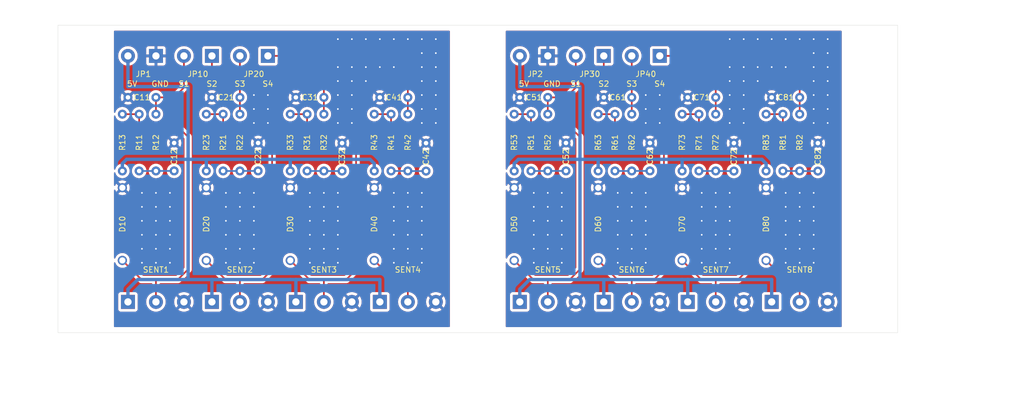
<source format=kicad_pcb>
(kicad_pcb (version 20240108) (generator "pcbnew") (generator_version "8.0")
  (title_block (title "ZF-Filter") (date "2024-03-20") (rev "1.0"))
  (layers (0 "F.Cu" signal "top") (31 "B.Cu" signal "bottom") (34 "B.Paste" user) (35 "F.Paste" user "T.Paste") (36 "B.SilkS" user "B.Silkscreen") (37 "F.SilkS" user "T.Silkscreen") (38 "B.Mask" user) (39 "F.Mask" user "T.Mask") (44 "Edge.Cuts" user "dimension"))
  (net 0 "")
  (net 1 "Net-(C12-Pad1)")
  (net 2 "GND")
  (net 3 "5Va")
  (net 4 "5Vb")
  (net 5 "Net-(C22-Pad1)")
  (net 6 "Net-(C32-Pad1)")
  (net 7 "Net-(C42-Pad1)")
  (net 8 "Net-(C52-Pad1)")
  (net 9 "Net-(C62-Pad1)")
  (net 10 "Net-(C72-Pad1)")
  (net 11 "Net-(C82-Pad1)")
  (net 12 "Net-(D10-A1)")
  (net 13 "Net-(D20-A1)")
  (net 14 "Net-(D30-A1)")
  (net 15 "Net-(D40-A1)")
  (net 16 "Net-(D50-A1)")
  (net 17 "Net-(D60-A1)")
  (net 18 "Net-(D70-A1)")
  (net 19 "Net-(D80-A1)")
  (net 20 "S10")
  (net 21 "S20")
  (net 22 "S30")
  (net 23 "S40")
  (net 24 "S50")
  (net 25 "S60")
  (net 26 "S70")
  (net 27 "S80")
  (footprint "TerminalBlock_RND:TerminalBlock_RND_205-00002_1x03_P5.00mm_Horizontal" (layer "F.Cu") (at 132.5 129.5)
    (property "Reference" "SENT4")
    (property "Value" "CTB5202/2")
  )
  (footprint "MountingHole:MountingHole_3.2mm_M3" (layer "F.Cu") (at 80 85)
    (property "Reference" "REF**" (hide yes))
    (property "Value" "MountingHole_3.2mm_M3")
  )
  (footprint "Resistor_THT:R_Axial_DIN0207_L6.3mm_D2.5mm_P10.16mm_Horizontal" (layer "F.Cu") (at 162.5 95.92 -90)
    (property "Reference" "R52")
    (property "Value" "10k")
  )
  (footprint "Capacitor_THT:C_Disc_D6.0mm_W2.5mm_P5.00mm" (layer "F.Cu") (at 207.5 92.92 180)
    (property "Reference" "C81")
    (property "Value" "100p")
  )
  (footprint "imports:D-THT-P6KE" (layer "F.Cu") (at 116.5 115.58 90)
    (property "Reference" "D30")
    (property "Value" "P6KE6,8CA")
  )
  (footprint "MountingHole:MountingHole_3.2mm_M3" (layer "F.Cu") (at 220 85)
    (property "Reference" "REF**" (hide yes))
    (property "Value" "MountingHole_3.2mm_M3")
  )
  (footprint "Resistor_THT:R_Axial_DIN0207_L6.3mm_D2.5mm_P10.16mm_Horizontal" (layer "F.Cu") (at 137.5 95.92 -90)
    (property "Reference" "R42")
    (property "Value" "10k")
  )
  (footprint "TerminalBlock_RND:TerminalBlock_RND_205-00002_1x03_P5.00mm_Horizontal" (layer "F.Cu") (at 117.5 129.5)
    (property "Reference" "SENT3")
    (property "Value" "CTB5202/2")
  )
  (footprint "Capacitor_THT:C_Disc_D6.0mm_W2.5mm_P5.00mm" (layer "F.Cu") (at 192.5 92.92 180)
    (property "Reference" "C71")
    (property "Value" "100p")
  )
  (footprint "Resistor_THT:R_Axial_DIN0207_L6.3mm_D2.5mm_P10.16mm_Horizontal" (layer "F.Cu") (at 119.5 106.08 90)
    (property "Reference" "R31")
    (property "Value" "560R")
  )
  (footprint "Capacitor_THT:C_Disc_D6.0mm_W2.5mm_P5.00mm" (layer "F.Cu") (at 162.5 92.92 180)
    (property "Reference" "C51")
    (property "Value" "100p")
  )
  (footprint "Capacitor_THT:C_Rect_L7.2mm_W3.0mm_P5.00mm_FKS2_FKP2_MKS2_MKP2" (layer "F.Cu") (at 110.75 106.07 90)
    (property "Reference" "C22")
    (property "Value" "2n2")
  )
  (footprint "MountingHole:MountingHole_3.2mm_M3" (layer "F.Cu") (at 150 130)
    (property "Reference" "REF**" (hide yes))
    (property "Value" "MountingHole_3.2mm_M3")
  )
  (footprint "Capacitor_THT:C_Disc_D6.0mm_W2.5mm_P5.00mm" (layer "F.Cu") (at 92.5 92.92 180)
    (property "Reference" "C11")
    (property "Value" "100p")
  )
  (footprint "TerminalBlock_RND:TerminalBlock_RND_205-00002_1x03_P5.00mm_Horizontal" (layer "F.Cu") (at 102.5 129.5)
    (property "Reference" "SENT2")
    (property "Value" "CTB5202/2")
  )
  (footprint "Resistor_THT:R_Axial_DIN0207_L6.3mm_D2.5mm_P10.16mm_Horizontal" (layer "F.Cu") (at 116.5 106.08 90)
    (property "Reference" "R33")
    (property "Value" "100k")
  )
  (footprint "TerminalBlock_RND:TerminalBlock_RND_205-00002_1x03_P5.00mm_Horizontal" (layer "F.Cu") (at 202.5 129.5)
    (property "Reference" "SENT8")
    (property "Value" "CTB5202/2")
  )
  (footprint "Capacitor_THT:C_Rect_L7.2mm_W3.0mm_P5.00mm_FKS2_FKP2_MKS2_MKP2" (layer "F.Cu") (at 195.75 106.095 90)
    (property "Reference" "C72")
    (property "Value" "2n2")
  )
  (footprint "Resistor_THT:R_Axial_DIN0207_L6.3mm_D2.5mm_P10.16mm_Horizontal" (layer "F.Cu") (at 122.5 95.92 -90)
    (property "Reference" "R32")
    (property "Value" "10k")
  )
  (footprint "Capacitor_THT:C_Rect_L7.2mm_W3.0mm_P5.00mm_FKS2_FKP2_MKS2_MKP2" (layer "F.Cu") (at 210.75 106.1 90)
    (property "Reference" "C82")
    (property "Value" "2n2")
  )
  (footprint "Resistor_THT:R_Axial_DIN0207_L6.3mm_D2.5mm_P10.16mm_Horizontal" (layer "F.Cu") (at 104.5 106.08 90)
    (property "Reference" "R21")
    (property "Value" "560R")
  )
  (footprint "Resistor_THT:R_Axial_DIN0207_L6.3mm_D2.5mm_P10.16mm_Horizontal" (layer "F.Cu") (at 207.5 95.92 -90)
    (property "Reference" "R82")
    (property "Value" "10k")
  )
  (footprint "imports:D-THT-P6KE" (layer "F.Cu") (at 131.5 115.58 90)
    (property "Reference" "D40")
    (property "Value" "P6KE6,8CA")
  )
  (footprint "Resistor_THT:R_Axial_DIN0207_L6.3mm_D2.5mm_P10.16mm_Horizontal" (layer "F.Cu") (at 177.5 95.92 -90)
    (property "Reference" "R62")
    (property "Value" "10k")
  )
  (footprint "TerminalBlock_RND:TerminalBlock_RND_205-00002_1x03_P5.00mm_Horizontal" (layer "F.Cu") (at 87.5 129.5)
    (property "Reference" "SENT1")
    (property "Value" "CTB5202/2")
  )
  (footprint "MountingHole:MountingHole_3.2mm_M3" (layer "F.Cu") (at 150 85)
    (property "Reference" "REF**" (hide yes))
    (property "Value" "MountingHole_3.2mm_M3")
  )
  (footprint "Capacitor_THT:C_Rect_L7.2mm_W3.0mm_P5.00mm_FKS2_FKP2_MKS2_MKP2" (layer "F.Cu") (at 140.75 106.1 90)
    (property "Reference" "C42")
    (property "Value" "2n2")
  )
  (footprint "TerminalBlock_RND:TerminalBlock_RND_205-00002_1x03_P5.00mm_Horizontal" (layer "F.Cu") (at 172.5 129.5)
    (property "Reference" "SENT6")
    (property "Value" "CTB5202/2")
  )
  (footprint "Resistor_THT:R_Axial_DIN0207_L6.3mm_D2.5mm_P10.16mm_Horizontal" (layer "F.Cu") (at 101.5 106.08 90)
    (property "Reference" "R23")
    (property "Value" "100k")
  )
  (footprint "TerminalBlock_RND:TerminalBlock_RND_205-00001_1x02_P5.00mm_Horizontal" (layer "F.Cu") (at 162.5 85.5 180)
    (property "Reference" "JP2")
    (property "Value" "CTB5202/2")
  )
  (footprint "Resistor_THT:R_Axial_DIN0207_L6.3mm_D2.5mm_P10.16mm_Horizontal" (layer "F.Cu") (at 134.5 106.08 90)
    (property "Reference" "R41")
    (property "Value" "560R")
  )
  (footprint "Capacitor_THT:C_Rect_L7.2mm_W3.0mm_P5.00mm_FKS2_FKP2_MKS2_MKP2" (layer "F.Cu") (at 165.75 106.07 90)
    (property "Reference" "C52")
    (property "Value" "2n2")
  )
  (footprint "Resistor_THT:R_Axial_DIN0207_L6.3mm_D2.5mm_P10.16mm_Horizontal" (layer "F.Cu") (at 92.5 95.92 -90)
    (property "Reference" "R12")
    (property "Value" "10k")
  )
  (footprint "MountingHole:MountingHole_3.2mm_M3" (layer "F.Cu") (at 220 130)
    (property "Reference" "REF**" (hide yes))
    (property "Value" "MountingHole_3.2mm_M3")
  )
  (footprint "Resistor_THT:R_Axial_DIN0207_L6.3mm_D2.5mm_P10.16mm_Horizontal" (layer "F.Cu") (at 89.5 106.08 90)
    (property "Reference" "R11")
    (property "Value" "560R")
  )
  (footprint "Resistor_THT:R_Axial_DIN0207_L6.3mm_D2.5mm_P10.16mm_Horizontal" (layer "F.Cu") (at 107.5 95.92 -90)
    (property "Reference" "R22")
    (property "Value" "10k")
  )
  (footprint "TerminalBlock_RND:TerminalBlock_RND_205-00001_1x02_P5.00mm_Horizontal" (layer "F.Cu") (at 112.5 85.5 180)
    (property "Reference" "JP20")
    (property "Value" "CTB5202/2")
  )
  (footprint "Capacitor_THT:C_Rect_L7.2mm_W3.0mm_P5.00mm_FKS2_FKP2_MKS2_MKP2" (layer "F.Cu") (at 95.75 106.07 90)
    (property "Reference" "C12")
    (property "Value" "2n2")
  )
  (footprint "Resistor_THT:R_Axial_DIN0207_L6.3mm_D2.5mm_P10.16mm_Horizontal" (layer "F.Cu") (at 192.5 95.92 -90)
    (property "Reference" "R72")
    (property "Value" "10k")
  )
  (footprint "MountingHole:MountingHole_3.2mm_M3" (layer "F.Cu") (at 80 130)
    (property "Reference" "REF**" (hide yes))
    (property "Value" "MountingHole_3.2mm_M3")
  )
  (footprint "Resistor_THT:R_Axial_DIN0207_L6.3mm_D2.5mm_P10.16mm_Horizontal" (layer "F.Cu") (at 156.5 95.92 -90)
    (property "Reference" "R53")
    (property "Value" "100k")
  )
  (footprint "Resistor_THT:R_Axial_DIN0207_L6.3mm_D2.5mm_P10.16mm_Horizontal" (layer "F.Cu") (at 204.5 106.08 90)
    (property "Reference" "R81")
    (property "Value" "560R")
  )
  (footprint "TerminalBlock_RND:TerminalBlock_RND_205-00002_1x03_P5.00mm_Horizontal" (layer "F.Cu") (at 157.5 129.5)
    (property "Reference" "SENT5")
    (property "Value" "CTB5202/2")
  )
  (footprint "Capacitor_THT:C_Disc_D6.0mm_W2.5mm_P5.00mm" (layer "F.Cu") (at 177.5 92.92 180)
    (property "Reference" "C61")
    (property "Value" "100p")
  )
  (footprint "imports:D-THT-P6KE" (layer "F.Cu") (at 101.5 115.58 90)
    (property "Reference" "D20")
    (property "Value" "P6KE6,8CA")
  )
  (footprint "TerminalBlock_RND:TerminalBlock_RND_205-00001_1x02_P5.00mm_Horizontal" (layer "F.Cu") (at 182.5 85.5 180)
    (property "Reference" "JP40")
    (property "Value" "CTB5202/2")
  )
  (footprint "Capacitor_THT:C_Disc_D6.0mm_W2.5mm_P5.00mm" (layer "F.Cu") (at 137.5 92.92 180)
    (property "Reference" "C41")
    (property "Value" "100p")
  )
  (footprint "Resistor_THT:R_Axial_DIN0207_L6.3mm_D2.5mm_P10.16mm_Horizontal" (layer "F.Cu") (at 171.5 106.08 90)
    (property "Reference" "R63")
    (property "Value" "100k")
  )
  (footprint "Resistor_THT:R_Axial_DIN0207_L6.3mm_D2.5mm_P10.16mm_Horizontal" (layer "F.Cu") (at 174.5 106.08 90)
    (property "Reference" "R61")
    (property "Value" "560R")
  )
  (footprint "Capacitor_THT:C_Disc_D6.0mm_W2.5mm_P5.00mm" (layer "F.Cu") (at 122.5 92.92 180)
    (property "Reference" "C31")
    (property "Value" "100p")
  )
  (footprint "TerminalBlock_RND:TerminalBlock_RND_205-00002_1x03_P5.00mm_Horizontal" (layer "F.Cu") (at 187.5 129.5)
    (property "Reference" "SENT7")
    (property "Value" "CTB5202/2")
  )
  (footprint "Resistor_THT:R_Axial_DIN0207_L6.3mm_D2.5mm_P10.16mm_Horizontal" (layer "F.Cu") (at 131.5 106.08 90)
    (property "Reference" "R43")
    (property "Value" "100k")
  )
  (footprint "TerminalBlock_RND:TerminalBlock_RND_205-00001_1x02_P5.00mm_Horizontal" (layer "F.Cu") (at 102.5 85.5 180)
    (property "Reference" "JP10")
    (property "Value" "CTB5202/2")
  )
  (footprint "TerminalBlock_RND:TerminalBlock_RND_205-00001_1x02_P5.00mm_Horizontal" (layer "F.Cu") (at 92.5 85.5 180)
    (property "Reference" "JP1")
    (property "Value" "CTB5202/2")
  )
  (footprint "imports:D-THT-P6KE" (layer "F.Cu") (at 186.5 115.58 90)
    (property "Reference" "D70")
    (property "Value" "P6KE6,8CA")
  )
  (footprint "imports:D-THT-P6KE" (layer "F.Cu") (at 201.5 115.58 90)
    (property "Reference" "D80")
    (property "Value" "P6KE6,8CA")
  )
  (footprint "Resistor_THT:R_Axial_DIN0207_L6.3mm_D2.5mm_P10.16mm_Horizontal" (layer "F.Cu") (at 159.5 106.08 90)
    (property "Reference" "R51")
    (property "Value" "560R")
  )
  (footprint "Capacitor_THT:C_Rect_L7.2mm_W3.0mm_P5.00mm_FKS2_FKP2_MKS2_MKP2" (layer "F.Cu") (at 180.75 106.07 90)
    (property "Reference" "C62")
    (property "Value" "2n2")
  )
  (footprint "imports:D-THT-P6KE" (layer "F.Cu") (at 171.5 115.58 90)
    (property "Reference" "D60")
    (property "Value" "P6KE6,8CA")
  )
  (footprint "Resistor_THT:R_Axial_DIN0207_L6.3mm_D2.5mm_P10.16mm_Horizontal" (layer "F.Cu") (at 201.5 106.08 90)
    (property "Reference" "R83")
    (property "Value" "100k")
  )
  (footprint "Resistor_THT:R_Axial_DIN0207_L6.3mm_D2.5mm_P10.16mm_Horizontal" (layer "F.Cu") (at 189.5 106.08 90)
    (property "Reference" "R71")
    (property "Value" "560R")
  )
  (footprint "Resistor_THT:R_Axial_DIN0207_L6.3mm_D2.5mm_P10.16mm_Horizontal" (layer "F.Cu") (at 186.5 106.08 90)
    (property "Reference" "R73")
    (property "Value" "100k")
  )
  (footprint "TerminalBlock_RND:TerminalBlock_RND_205-00001_1x02_P5.00mm_Horizontal" (layer "F.Cu") (at 172.5 85.5 180)
    (property "Reference" "JP30")
    (property "Value" "CTB5202/2")
  )
  (footprint "Capacitor_THT:C_Rect_L7.2mm_W3.0mm_P5.00mm_FKS2_FKP2_MKS2_MKP2" (layer "F.Cu") (at 125.75 106.095 90)
    (property "Reference" "C32")
    (property "Value" "2n2")
  )
  (footprint "Resistor_THT:R_Axial_DIN0207_L6.3mm_D2.5mm_P10.16mm_Horizontal" (layer "F.Cu") (at 86.5 95.92 -90)
    (property "Reference" "R13")
    (property "Value" "100k")
  )
  (footprint "imports:D-THT-P6KE" (layer "F.Cu") (at 86.5 115.58 90)
    (property "Reference" "D10")
    (property "Value" "P6KE6,8CA")
  )
  (footprint "imports:D-THT-P6KE" (layer "F.Cu") (at 156.5 115.58 90)
    (property "Reference" "D50")
    (property "Value" "P6KE6,8CA")
  )
  (footprint "Capacitor_THT:C_Disc_D6.0mm_W2.5mm_P5.00mm" (layer "F.Cu") (at 107.5 92.92 180)
    (property "Reference" "C21")
    (property "Value" "100p")
  )
  (gr_rect (start 75 80) (end 225 135) (stroke (width 0.05)) (fill none) (layer "Edge.Cuts"))
  (gr_text "S2" (at 102.5 90.5 0) (layer "F.SilkS") (effects (font (size 1 1))))
  (gr_text "S1" (at 167.5 90.5 0) (layer "F.SilkS") (effects (font (size 1 1))))
  (gr_text "S3" (at 107.5 90.5 0) (layer "F.SilkS") (effects (font (size 1 1))))
  (gr_text "5V" (at 158.25 90.5 0) (layer "F.SilkS") (effects (font (size 1 1))))
  (gr_text "5V" (at 88.25 90.5 0) (layer "F.SilkS") (effects (font (size 1 1))))
  (gr_text "S1" (at 97.5 90.5 0) (layer "F.SilkS") (effects (font (size 1 1))))
  (gr_text "S3" (at 177.5 90.5 0) (layer "F.SilkS") (effects (font (size 1 1))))
  (gr_text "S4" (at 182.5 90.5 0) (layer "F.SilkS") (effects (font (size 1 1))))
  (gr_text "S2" (at 172.5 90.5 0) (layer "F.SilkS") (effects (font (size 1 1))))
  (gr_text "GND" (at 93.25 90.5 0) (layer "F.SilkS") (effects (font (size 1 1))))
  (gr_text "S4" (at 112.5 90.5 0) (layer "F.SilkS") (effects (font (size 1 1))))
  (gr_text "GND" (at 163.25 90.5 0) (layer "F.SilkS") (effects (font (size 1 1))))
  (segment (start 92.5 106.08) (end 89.5 106.08) (width 0.3) (layer "B.Cu") (net 1))
  (segment (start 92.51 106.07) (end 92.5 106.08) (width 0.3) (layer "B.Cu") (net 1))
  (segment (start 95.75 106.07) (end 92.51 106.07) (width 0.3) (layer "B.Cu") (net 1))
  (via (at 205 117.5) (size 0.6) (drill 0.3) (layers "F.Cu" "B.Cu") (net 2))
  (via (at 92.5 115) (size 0.6) (drill 0.3) (layers "F.Cu" "B.Cu") (net 2))
  (via (at 165 117.5) (size 0.6) (drill 0.3) (layers "F.Cu" "B.Cu") (net 2))
  (via (at 142.5 82.5) (size 0.6) (drill 0.3) (layers "F.Cu" "B.Cu") (net 2))
  (via (at 127.5 92.5) (size 0.6) (drill 0.3) (layers "F.Cu" "B.Cu") (net 2))
  (via (at 110 112.5) (size 0.6) (drill 0.3) (layers "F.Cu" "B.Cu") (net 2))
  (via (at 202.5 82.5) (size 0.6) (drill 0.3) (layers "F.Cu" "B.Cu") (net 2))
  (via (at 110 117.5) (size 0.6) (drill 0.3) (layers "F.Cu" "B.Cu") (net 2))
  (via (at 210 112.5) (size 0.6) (drill 0.3) (layers "F.Cu" "B.Cu") (net 2))
  (via (at 142.5 90) (size 0.6) (drill 0.3) (layers "F.Cu" "B.Cu") (net 2))
  (via (at 195 82.5) (size 0.6) (drill 0.3) (layers "F.Cu" "B.Cu") (net 2))
  (via (at 142.5 95) (size 0.6) (drill 0.3) (layers "F.Cu" "B.Cu") (net 2))
  (via (at 137.5 117.5) (size 0.6) (drill 0.3) (layers "F.Cu" "B.Cu") (net 2))
  (via (at 205 87.5) (size 0.6) (drill 0.3) (layers "F.Cu" "B.Cu") (net 2))
  (via (at 140 90) (size 0.6) (drill 0.3) (layers "F.Cu" "B.Cu") (net 2))
  (via (at 177.5 120) (size 0.6) (drill 0.3) (layers "F.Cu" "B.Cu") (net 2))
  (via (at 137.5 110) (size 0.6) (drill 0.3) (layers "F.Cu" "B.Cu") (net 2))
  (via (at 127.5 95) (size 0.6) (drill 0.3) (layers "F.Cu" "B.Cu") (net 2))
  (via (at 195 112.5) (size 0.6) (drill 0.3) (layers "F.Cu" "B.Cu") (net 2))
  (via (at 190 112.5) (size 0.6) (drill 0.3) (layers "F.Cu" "B.Cu") (net 2))
  (via (at 137.5 112.5) (size 0.6) (drill 0.3) (layers "F.Cu" "B.Cu") (net 2))
  (via (at 130 90) (size 0.6) (drill 0.3) (layers "F.Cu" "B.Cu") (net 2))
  (via (at 160 120) (size 0.6) (drill 0.3) (layers "F.Cu" "B.Cu") (net 2))
  (via (at 90 115) (size 0.6) (drill 0.3) (layers "F.Cu" "B.Cu") (net 2))
  (via (at 207.5 120) (size 0.6) (drill 0.3) (layers "F.Cu" "B.Cu") (net 2))
  (via (at 110 120) (size 0.6) (drill 0.3) (layers "F.Cu" "B.Cu") (net 2))
  (via (at 192.5 122.5) (size 0.6) (drill 0.3) (layers "F.Cu" "B.Cu") (net 2))
  (via (at 177.5 112.5) (size 0.6) (drill 0.3) (layers "F.Cu" "B.Cu") (net 2))
  (via (at 140 112.5) (size 0.6) (drill 0.3) (layers "F.Cu" "B.Cu") (net 2))
  (via (at 212.5 92.5) (size 0.6) (drill 0.3) (layers "F.Cu" "B.Cu") (net 2))
  (via (at 137.5 122.5) (size 0.6) (drill 0.3) (layers "F.Cu" "B.Cu") (net 2))
  (via (at 95 122.5) (size 0.6) (drill 0.3) (layers "F.Cu" "B.Cu") (net 2))
  (via (at 140 92.5) (size 0.6) (drill 0.3) (layers "F.Cu" "B.Cu") (net 2))
  (via (at 200 87.5) (size 0.6) (drill 0.3) (layers "F.Cu" "B.Cu") (net 2))
  (via (at 197.5 90) (size 0.6) (drill 0.3) (layers "F.Cu" "B.Cu") (net 2))
  (via (at 177.5 117.5) (size 0.6) (drill 0.3) (layers "F.Cu" "B.Cu") (net 2))
  (via (at 197.5 87.5) (size 0.6) (drill 0.3) (layers "F.Cu" "B.Cu") (net 2))
  (via (at 180 95) (size 0.6) (drill 0.3) (layers "F.Cu" "B.Cu") (net 2))
  (via (at 137.5 115) (size 0.6) (drill 0.3) (layers "F.Cu" "B.Cu") (net 2))
  (via (at 162.5 115) (size 0.6) (drill 0.3) (layers "F.Cu" "B.Cu") (net 2))
  (via (at 180 97.5) (size 0.6) (drill 0.3) (layers "F.Cu" "B.Cu") (net 2))
  (via (at 142.5 85) (size 0.6) (drill 0.3) (layers "F.Cu" "B.Cu") (net 2))
  (via (at 210 85) (size 0.6) (drill 0.3) (layers "F.Cu" "B.Cu") (net 2))
  (via (at 125 90) (size 0.6) (drill 0.3) (layers "F.Cu" "B.Cu") (net 2))
  (via (at 140 110) (size 0.6) (drill 0.3) (layers "F.Cu" "B.Cu") (net 2))
  (via (at 210 122.5) (size 0.6) (drill 0.3) (layers "F.Cu" "B.Cu") (net 2))
  (via (at 127.5 87.5) (size 0.6) (drill 0.3) (layers "F.Cu" "B.Cu") (net 2))
  (via (at 182.5 92.5) (size 0.6) (drill 0.3) (layers "F.Cu" "B.Cu") (net 2))
  (via (at 142.5 92.5) (size 0.6) (drill 0.3) (layers "F.Cu" "B.Cu") (net 2))
  (via (at 195 87.5) (size 0.6) (drill 0.3) (layers "F.Cu" "B.Cu") (net 2))
  (via (at 105 122.5) (size 0.6) (drill 0.3) (layers "F.Cu" "B.Cu") (net 2))
  (via (at 135 82.5) (size 0.6) (drill 0.3) (layers "F.Cu" "B.Cu") (net 2))
  (via (at 135 112.5) (size 0.6) (drill 0.3) (layers "F.Cu" "B.Cu") (net 2))
  (via (at 212.5 85) (size 0.6) (drill 0.3) (layers "F.Cu" "B.Cu") (net 2))
  (via (at 182.5 97.5) (size 0.6) (drill 0.3) (layers "F.Cu" "B.Cu") (net 2))
  (via (at 205 115) (size 0.6) (drill 0.3) (layers "F.Cu" "B.Cu") (net 2))
  (via (at 140 95) (size 0.6) (drill 0.3) (layers "F.Cu" "B.Cu") (net 2))
  (via (at 180 112.5) (size 0.6) (drill 0.3) (layers "F.Cu" "B.Cu") (net 2))
  (via (at 120 115) (size 0.6) (drill 0.3) (layers "F.Cu" "B.Cu") (net 2))
  (via (at 107.5 120) (size 0.6) (drill 0.3) (layers "F.Cu" "B.Cu") (net 2))
  (via (at 175 115) (size 0.6) (drill 0.3) (layers "F.Cu" "B.Cu") (net 2))
  (via (at 125 97.5) (size 0.6) (drill 0.3) (layers "F.Cu" "B.Cu") (net 2))
  (via (at 182.5 95) (size 0.6) (drill 0.3) (layers "F.Cu" "B.Cu") (net 2))
  (via (at 140 85) (size 0.6) (drill 0.3) (layers "F.Cu" "B.Cu") (net 2))
  (via (at 190 117.5) (size 0.6) (drill 0.3) (layers "F.Cu" "B.Cu") (net 2))
  (via (at 210 87.5) (size 0.6) (drill 0.3) (layers "F.Cu" "B.Cu") (net 2))
  (via (at 92.5 110) (size 0.6) (drill 0.3) (layers "F.Cu" "B.Cu") (net 2))
  (via (at 207.5 122.5) (size 0.6) (drill 0.3) (layers "F.Cu" "B.Cu") (net 2))
  (via (at 135 87.5) (size 0.6) (drill 0.3) (layers "F.Cu" "B.Cu") (net 2))
  (via (at 180 115) (size 0.6) (drill 0.3) (layers "F.Cu" "B.Cu") (net 2))
  (via (at 195 90) (size 0.6) (drill 0.3) (layers "F.Cu" "B.Cu") (net 2))
  (via (at 125 110) (size 0.6) (drill 0.3) (layers "F.Cu" "B.Cu") (net 2))
  (via (at 137.5 82.5) (size 0.6) (drill 0.3) (layers "F.Cu" "B.Cu") (net 2))
  (via (at 92.5 112.5) (size 0.6) (drill 0.3) (layers "F.Cu" "B.Cu") (net 2))
  (via (at 132.5 87.5) (size 0.6) (drill 0.3) (layers "F.Cu" "B.Cu") (net 2))
  (via (at 177.5 110) (size 0.6) (drill 0.3) (layers "F.Cu" "B.Cu") (net 2))
  (via (at 120 110) (size 0.6) (drill 0.3) (layers "F.Cu" "B.Cu") (net 2))
  (via (at 165 122.5) (size 0.6) (drill 0.3) (layers "F.Cu" "B.Cu") (net 2))
  (via (at 107.5 110) (size 0.6) (drill 0.3) (layers "F.Cu" "B.Cu") (net 2))
  (via (at 207.5 117.5) (size 0.6) (drill 0.3) (layers "F.Cu" "B.Cu") (net 2))
  (via (at 192.5 117.5) (size 0.6) (drill 0.3) (layers "F.Cu" "B.Cu") (net 2))
  (via (at 205 122.5) (size 0.6) (drill 0.3) (layers "F.Cu" "B.Cu") (net 2))
  (via (at 165 115) (size 0.6) (drill 0.3) (layers "F.Cu" "B.Cu") (net 2))
  (via (at 90 112.5) (size 0.6) (drill 0.3) (layers "F.Cu" "B.Cu") (net 2))
  (via (at 207.5 110) (size 0.6) (drill 0.3) (layers "F.Cu" "B.Cu") (net 2))
  (via (at 190 122.5) (size 0.6) (drill 0.3) (layers "F.Cu" "B.Cu") (net 2))
  (via (at 212.5 97.5) (size 0.6) (drill 0.3) (layers "F.Cu" "B.Cu") (net 2))
  (via (at 110 95) (size 0.6) (drill 0.3) (layers "F.Cu" "B.Cu") (net 2))
  (via (at 180 110) (size 0.6) (drill 0.3) (layers "F.Cu" "B.Cu") (net 2))
  (via (at 160 115) (size 0.6) (drill 0.3) (layers "F.Cu" "B.Cu") (net 2))
  (via (at 197.5 95) (size 0.6) (drill 0.3) (layers "F.Cu" "B.Cu") (net 2))
  (via (at 107.5 122.5) (size 0.6) (drill 0.3) (layers "F.Cu" "B.Cu") (net 2))
  (via (at 90 117.5) (size 0.6) (drill 0.3) (layers "F.Cu" "B.Cu") (net 2))
  (via (at 110 97.5) (size 0.6) (drill 0.3) (layers "F.Cu" "B.Cu") (net 2))
  (via (at 175 117.5) (size 0.6) (drill 0.3) (layers "F.Cu" "B.Cu") (net 2))
  (via (at 140 115) (size 0.6) (drill 0.3) (layers "F.Cu" "B.Cu") (net 2))
  (via (at 112.5 95) (size 0.6) (drill 0.3) (layers "F.Cu" "B.Cu") (net 2))
  (via (at 120 120) (size 0.6) (drill 0.3) (layers "F.Cu" "B.Cu") (net 2))
  (via (at 135 117.5) (size 0.6) (drill 0.3) (layers "F.Cu" "B.Cu") (net 2))
  (via (at 212.5 87.5) (size 0.6) (drill 0.3) (layers "F.Cu" "B.Cu") (net 2))
  (via (at 205 82.5) (size 0.6) (drill 0.3) (layers "F.Cu" "B.Cu") (net 2))
  (via (at 207.5 115) (size 0.6) (drill 0.3) (layers "F.Cu" "B.Cu") (net 2))
  (via (at 92.5 122.5) (size 0.6) (drill 0.3) (layers "F.Cu" "B.Cu") (net 2))
  (via (at 180 92.5) (size 0.6) (drill 0.3) (layers "F.Cu" "B.Cu") (net 2))
  (via (at 192.5 120) (size 0.6) (drill 0.3) (layers "F.Cu" "B.Cu") (net 2))
  (via (at 125 82.5) (size 0.6) (drill 0.3) (layers "F.Cu" "B.Cu") (net 2))
  (via (at 90 122.5) (size 0.6) (drill 0.3) (layers "F.Cu" "B.Cu") (net 2))
  (via (at 140 122.5) (size 0.6) (drill 0.3) (layers "F.Cu" "B.Cu") (net 2))
  (via (at 197.5 92.5) (size 0.6) (drill 0.3) (layers "F.Cu" "B.Cu") (net 2))
  (via (at 177.5 115) (size 0.6) (drill 0.3) (layers "F.Cu" "B.Cu") (net 2))
  (via (at 180 117.5) (size 0.6) (drill 0.3) (layers "F.Cu" "B.Cu") (net 2))
  (via (at 125 120) (size 0.6) (drill 0.3) (layers "F.Cu" "B.Cu") (net 2))
  (via (at 205 112.5) (size 0.6) (drill 0.3) (layers "F.Cu" "B.Cu") (net 2))
  (via (at 120 122.5) (size 0.6) (drill 0.3) (layers "F.Cu" "B.Cu") (net 2))
  (via (at 207.5 112.5) (size 0.6) (drill 0.3) (layers "F.Cu" "B.Cu") (net 2))
  (via (at 160 110) (size 0.6) (drill 0.3) (layers "F.Cu" "B.Cu") (net 2))
  (via (at 135 110) (size 0.6) (drill 0.3) (layers "F.Cu" "B.Cu") (net 2))
  (via (at 92.5 120) (size 0.6) (drill 0.3) (layers "F.Cu" "B.Cu") (net 2))
  (via (at 105 112.5) (size 0.6) (drill 0.3) (layers "F.Cu" "B.Cu") (net 2))
  (via (at 92.5 117.5) (size 0.6) (drill 0.3) (layers "F.Cu" "B.Cu") (net 2))
  (via (at 130 82.5) (size 0.6) (drill 0.3) (layers "F.Cu" "B.Cu") (net 2))
  (via (at 162.5 122.5) (size 0.6) (drill 0.3) (layers "F.Cu" "B.Cu") (net 2))
  (via (at 162.5 120) (size 0.6) (drill 0.3) (layers "F.Cu" "B.Cu") (net 2))
  (via (at 175 112.5) (size 0.6) (drill 0.3) (layers "F.Cu" "B.Cu") (net 2))
  (via (at 105 115) (size 0.6) (drill 0.3) (layers "F.Cu" "B.Cu") (net 2))
  (via (at 125 92.5) (size 0.6) (drill 0.3) (layers "F.Cu" "B.Cu") (net 2))
  (via (at 212.5 90) (size 0.6) (drill 0.3) (layers "F.Cu" "B.Cu") (net 2))
  (via (at 122.5 120) (size 0.6) (drill 0.3) (layers "F.Cu" "B.Cu") (net 2))
  (via (at 130 87.5) (size 0.6) (drill 0.3) (layers "F.Cu" "B.Cu") (net 2))
  (via (at 95 117.5) (size 0.6) (drill 0.3) (layers "F.Cu" "B.Cu") (net 2))
  (via (at 202.5 87.5) (size 0.6) (drill 0.3) (layers "F.Cu" "B.Cu") (net 2))
  (via (at 200 82.5) (size 0.6) (drill 0.3) (layers "F.Cu" "B.Cu") (net 2))
  (via (at 195 115) (size 0.6) (drill 0.3) (layers "F.Cu" "B.Cu") (net 2))
  (via (at 142.5 97.5) (size 0.6) (drill 0.3) (layers "F.Cu" "B.Cu") (net 2))
  (via (at 122.5 115) (size 0.6) (drill 0.3) (layers "F.Cu" "B.Cu") (net 2))
  (via (at 110 110) (size 0.6) (drill 0.3) (layers "F.Cu" "B.Cu") (net 2))
  (via (at 125 117.5) (size 0.6) (drill 0.3) (layers "F.Cu" "B.Cu") (net 2))
  (via (at 125 115) (size 0.6) (drill 0.3) (layers "F.Cu" "B.Cu") (net 2))
  (via (at 140 120) (size 0.6) (drill 0.3) (layers "F.Cu" "B.Cu") (net 2))
  (via (at 110 92.5) (size 0.6) (drill 0.3) (layers "F.Cu" "B.Cu") (net 2))
  (via (at 210 110) (size 0.6) (drill 0.3) (layers "F.Cu" "B.Cu") (net 2))
  (via (at 180 120) (size 0.6) (drill 0.3) (layers "F.Cu" "B.Cu") (net 2))
  (via (at 122.5 112.5) (size 0.6) (drill 0.3) (layers "F.Cu" "B.Cu") (net 2))
  (via (at 105 110) (size 0.6) (drill 0.3) (layers "F.Cu" "B.Cu") (net 2))
  (via (at 122.5 110) (size 0.6) (drill 0.3) (layers "F.Cu" "B.Cu") (net 2))
  (via (at 165 120) (size 0.6) (drill 0.3) (layers "F.Cu" "B.Cu") (net 2))
  (via (at 137.5 120) (size 0.6) (drill 0.3) (layers "F.Cu" "B.Cu") (net 2))
  (via (at 192.5 112.5) (size 0.6) (drill 0.3) (layers "F.Cu" "B.Cu") (net 2))
  (via (at 175 110) (size 0.6) (drill 0.3) (layers "F.Cu" "B.Cu") (net 2))
  (via (at 195 97.5) (size 0.6) (drill 0.3) (layers "F.Cu" "B.Cu") (net 2))
  (via (at 122.5 117.5) (size 0.6) (drill 0.3) (layers "F.Cu" "B.Cu") (net 2))
  (via (at 120 112.5) (size 0.6) (drill 0.3) (layers "F.Cu" "B.Cu") (net 2))
  (via (at 210 90) (size 0.6) (drill 0.3) (layers "F.Cu" "B.Cu") (net 2))
  (via (at 195 117.5) (size 0.6) (drill 0.3) (layers "F.Cu" "B.Cu") (net 2))
  (via (at 210 120) (size 0.6) (drill 0.3) (layers "F.Cu" "B.Cu") (net 2))
  (via (at 162.5 117.5) (size 0.6) (drill 0.3) (layers "F.Cu" "B.Cu") (net 2))
  (via (at 197.5 82.5) (size 0.6) (drill 0.3) (layers "F.Cu" "B.Cu") (net 2))
  (via (at 190 120) (size 0.6) (drill 0.3) (layers "F.Cu" "B.Cu") (net 2))
  (via (at 197.5 97.5) (size 0.6) (drill 0.3) (layers "F.Cu" "B.Cu") (net 2))
  (via (at 195 122.5) (size 0.6) (drill 0.3) (layers "F.Cu" "B.Cu") (net 2))
  (via (at 190 115) (size 0.6) (drill 0.3) (layers "F.Cu" "B.Cu") (net 2))
  (via (at 165 110) (size 0.6) (drill 0.3) (layers "F.Cu" "B.Cu") (net 2))
  (via (at 175 122.5) (size 0.6) (drill 0.3) (layers "F.Cu" "B.Cu") (net 2))
  (via (at 132.5 82.5) (size 0.6) (drill 0.3) (layers "F.Cu" "B.Cu") (net 2))
  (via (at 142.5 87.5) (size 0.6) (drill 0.3) (layers "F.Cu" "B.Cu") (net 2))
  (via (at 95 110) (size 0.6) (drill 0.3) (layers "F.Cu" "B.Cu") (net 2))
  (via (at 107.5 115) (size 0.6) (drill 0.3) (layers "F.Cu" "B.Cu") (net 2))
  (via (at 210 97.5) (size 0.6) (drill 0.3) (layers "F.Cu" "B.Cu") (net 2))
  (via (at 90 110) (size 0.6) (drill 0.3) (layers "F.Cu" "B.Cu") (net 2))
  (via (at 190 110) (size 0.6) (drill 0.3) (layers "F.Cu" "B.Cu") (net 2))
  (via (at 210 95) (size 0.6) (drill 0.3) (layers "F.Cu" "B.Cu") (net 2))
  (via (at 162.5 110) (size 0.6) (drill 0.3) (layers "F.Cu" "B.Cu") (net 2))
  (via (at 210 82.5) (size 0.6) (drill 0.3) (layers "F.Cu" "B.Cu") (net 2))
  (via (at 105 120) (size 0.6) (drill 0.3) (layers "F.Cu" "B.Cu") (net 2))
  (via (at 165 112.5) (size 0.6) (drill 0.3) (layers "F.Cu" "B.Cu") (net 2))
  (via (at 90 120) (size 0.6) (drill 0.3) (layers "F.Cu" "B.Cu") (net 2))
  (via (at 112.5 97.5) (size 0.6) (drill 0.3) (layers "F.Cu" "B.Cu") (net 2))
  (via (at 95 112.5) (size 0.6) (drill 0.3) (layers "F.Cu" "B.Cu") (net 2))
  (via (at 140 97.5) (size 0.6) (drill 0.3) (layers "F.Cu" "B.Cu") (net 2))
  (via (at 140 117.5) (size 0.6) (drill 0.3) (layers "F.Cu" "B.Cu") (net 2))
  (via (at 195 110) (size 0.6) (drill 0.3) (layers "F.Cu" "B.Cu") (net 2))
  (via (at 192.5 115) (size 0.6) (drill 0.3) (layers "F.Cu" "B.Cu") (net 2))
  (via (at 210 117.5) (size 0.6) (drill 0.3) (layers "F.Cu" "B.Cu") (net 2))
  (via (at 205 110) (size 0.6) (drill 0.3) (layers "F.Cu" "B.Cu") (net 2))
  (via (at 107.5 112.5) (size 0.6) (drill 0.3) (layers "F.Cu" "B.Cu") (net 2))
  (via (at 127.5 97.5) (size 0.6) (drill 0.3) (layers "F.Cu" "B.Cu") (net 2))
  (via (at 110 115) (size 0.6) (drill 0.3) (layers "F.Cu" "B.Cu") (net 2))
  (via (at 135 120) (size 0.6) (drill 0.3) (layers "F.Cu" "B.Cu") (net 2))
  (via (at 195 95) (size 0.6) (drill 0.3) (layers "F.Cu" "B.Cu") (net 2))
  (via (at 140 87.5) (size 0.6) (drill 0.3) (layers "F.Cu" "B.Cu") (net 2))
  (via (at 125 122.5) (size 0.6) (drill 0.3) (layers "F.Cu" "B.Cu") (net 2))
  (via (at 120 117.5) (size 0.6) (drill 0.3) (layers "F.Cu" "B.Cu") (net 2))
  (via (at 122.5 122.5) (size 0.6) (drill 0.3) (layers "F.Cu" "B.Cu") (net 2))
  (via (at 125 112.5) (size 0.6) (drill 0.3) (layers "F.Cu" "B.Cu") (net 2))
  (via (at 180 122.5) (size 0.6) (drill 0.3) (layers "F.Cu" "B.Cu") (net 2))
  (via (at 135 122.5) (size 0.6) (drill 0.3) (layers "F.Cu" "B.Cu") (net 2))
  (via (at 177.5 122.5) (size 0.6) (drill 0.3) (layers "F.Cu" "B.Cu") (net 2))
  (via (at 212.5 95) (size 0.6) (drill 0.3) (layers "F.Cu" "B.Cu") (net 2))
  (via (at 107.5 117.5) (size 0.6) (drill 0.3) (layers "F.Cu" "B.Cu") (net 2))
  (via (at 95 120) (size 0.6) (drill 0.3) (layers "F.Cu" "B.Cu") (net 2))
  (via (at 207.5 82.5) (size 0.6) (drill 0.3) (layers "F.Cu" "B.Cu") (net 2))
  (via (at 125 95) (size 0.6) (drill 0.3) (layers "F.Cu" "B.Cu") (net 2))
  (via (at 135 115) (size 0.6) (drill 0.3) (layers "F.Cu" "B.Cu") (net 2))
  (via (at 112.5 92.5) (size 0.6) (drill 0.3) (layers "F.Cu" "B.Cu") (net 2))
  (via (at 125 87.5) (size 0.6) (drill 0.3) (layers "F.Cu" "B.Cu") (net 2))
  (via (at 127.5 82.5) (size 0.6) (drill 0.3) (layers "F.Cu" "B.Cu") (net 2))
  (via (at 210 115) (size 0.6) (drill 0.3) (layers "F.Cu" "B.Cu") (net 2))
  (via (at 200 90) (size 0.6) (drill 0.3) (layers "F.Cu" "B.Cu") (net 2))
  (via (at 210 92.5) (size 0.6) (drill 0.3) (layers "F.Cu" "B.Cu") (net 2))
  (via (at 192.5 110) (size 0.6) (drill 0.3) (layers "F.Cu" "B.Cu") (net 2))
  (via (at 195 92.5) (size 0.6) (drill 0.3) (layers "F.Cu" "B.Cu") (net 2))
  (via (at 212.5 82.5) (size 0.6) (drill 0.3) (layers "F.Cu" "B.Cu") (net 2))
  (via (at 160 112.5) (size 0.6) (drill 0.3) (layers "F.Cu" "B.Cu") (net 2))
  (via (at 95 115) (size 0.6) (drill 0.3) (layers "F.Cu" "B.Cu") (net 2))
  (via (at 105 117.5) (size 0.6) (drill 0.3) (layers "F.Cu" "B.Cu") (net 2))
  (via (at 205 120) (size 0.6) (drill 0.3) (layers "F.Cu" "B.Cu") (net 2))
  (via (at 160 117.5) (size 0.6) (drill 0.3) (layers "F.Cu" "B.Cu") (net 2))
  (via (at 195 120) (size 0.6) (drill 0.3) (layers "F.Cu" "B.Cu") (net 2))
  (via (at 110 122.5) (size 0.6) (drill 0.3) (layers "F.Cu" "B.Cu") (net 2))
  (via (at 127.5 90) (size 0.6) (drill 0.3) (layers "F.Cu" "B.Cu") (net 2))
  (via (at 160 122.5) (size 0.6) (drill 0.3) (layers "F.Cu" "B.Cu") (net 2))
  (via (at 162.5 112.5) (size 0.6) (drill 0.3) (layers "F.Cu" "B.Cu") (net 2))
  (via (at 175 120) (size 0.6) (drill 0.3) (layers "F.Cu" "B.Cu") (net 2))
  (via (at 140 82.5) (size 0.6) (drill 0.3) (layers "F.Cu" "B.Cu") (net 2))
  (segment (start 98.25 104) (end 98.25 91) (width 0.6) (layer "B.Cu") (net 3))
  (segment (start 87.5 91) (end 87.5 85.5) (width 0.6) (layer "B.Cu") (net 3))
  (segment (start 132.5 125.5) (end 132.5 129.5) (width 0.6) (layer "B.Cu") (net 3))
  (segment (start 117.5 125.5) (end 116.5 125.5) (width 0.6) (layer "B.Cu") (net 3))
  (segment (start 117.5 125.5) (end 132.5 125.5) (width 0.6) (layer "B.Cu") (net 3))
  (segment (start 98.25 91) (end 87.5 91) (width 0.6) (layer "B.Cu") (net 3))
  (segment (start 116.5 104) (end 130.75 104) (width 0.6) (layer "B.Cu") (net 3))
  (segment (start 98.25 104) (end 101.5 104) (width 0.6) (layer "B.Cu") (net 3))
  (segment (start 101.5 104) (end 101.5 106.08) (width 0.6) (layer "B.Cu") (net 3))
  (segment (start 131.5 104.75) (end 131.5 106.08) (width 0.6) (layer "B.Cu") (net 3))
  (segment (start 116.5 104) (end 116.5 106.08) (width 0.6) (layer "B.Cu") (net 3))
  (segment (start 89.25 125.5) (end 87.5 127.25) (width 0.6) (layer "B.Cu") (net 3))
  (segment (start 101.5 104) (end 116.5 104) (width 0.6) (layer "B.Cu") (net 3))
  (segment (start 130.75 104) (end 131.5 104.75) (width 0.6) (layer "B.Cu") (net 3))
  (segment (start 102.5 125.5) (end 89.25 125.5) (width 0.6) (layer "B.Cu") (net 3))
  (segment (start 86.5 104.75) (end 86.5 106.08) (width 0.6) (layer "B.Cu") (net 3))
  (segment (start 98.25 125.5) (end 98.25 104) (width 0.6) (layer "B.Cu") (net 3))
  (segment (start 102.5 125.5) (end 102.5 129.5) (width 0.6) (layer "B.Cu") (net 3))
  (segment (start 87.25 104) (end 86.5 104.75) (width 0.6) (layer "B.Cu") (net 3))
  (segment (start 98.25 104) (end 87.25 104) (width 0.6) (layer "B.Cu") (net 3))
  (segment (start 117.5 125.5) (end 117.5 129.5) (width 0.6) (layer "B.Cu") (net 3))
  (segment (start 87.5 127.25) (end 87.5 129.5) (width 0.6) (layer "B.Cu") (net 3))
  (segment (start 116.5 125.5) (end 102.5 125.5) (width 0.6) (layer "B.Cu") (net 3))
  (segment (start 168.25 125.5) (end 168.25 104) (width 0.6) (layer "B.Cu") (net 4))
  (segment (start 168.25 91) (end 157.5 91) (width 0.6) (layer "B.Cu") (net 4))
  (segment (start 187.5 125.5) (end 186.5 125.5) (width 0.6) (layer "B.Cu") (net 4))
  (segment (start 202.5 125.5) (end 202.5 129.5) (width 0.6) (layer "B.Cu") (net 4))
  (segment (start 168.25 104) (end 168.25 91) (width 0.6) (layer "B.Cu") (net 4))
  (segment (start 172.5 125.5) (end 172.5 129.5) (width 0.6) (layer "B.Cu") (net 4))
  (segment (start 157.25 104) (end 156.5 104.75) (width 0.6) (layer "B.Cu") (net 4))
  (segment (start 156.5 104.75) (end 156.5 106.08) (width 0.6) (layer "B.Cu") (net 4))
  (segment (start 171.5 104) (end 171.5 106.08) (width 0.6) (layer "B.Cu") (net 4))
  (segment (start 168.25 104) (end 171.5 104) (width 0.6) (layer "B.Cu") (net 4))
  (segment (start 200.75 104) (end 201.5 104.75) (width 0.6) (layer "B.Cu") (net 4))
  (segment (start 157.5 127.25) (end 157.5 129.5) (width 0.6) (layer "B.Cu") (net 4))
  (segment (start 172.5 125.5) (end 159.25 125.5) (width 0.6) (layer "B.Cu") (net 4))
  (segment (start 187.5 125.5) (end 202.5 125.5) (width 0.6) (layer "B.Cu") (net 4))
  (segment (start 171.5 104) (end 186.5 104) (width 0.6) (layer "B.Cu") (net 4))
  (segment (start 186.5 104) (end 200.75 104) (width 0.6) (layer "B.Cu") (net 4))
  (segment (start 201.5 104.75) (end 201.5 106.08) (width 0.6) (layer "B.Cu") (net 4))
  (segment (start 187.5 125.5) (end 187.5 129.5) (width 0.6) (layer "B.Cu") (net 4))
  (segment (start 168.25 104) (end 157.25 104) (width 0.6) (layer "B.Cu") (net 4))
  (segment (start 186.5 125.5) (end 172.5 125.5) (width 0.6) (layer "B.Cu") (net 4))
  (segment (start 159.25 125.5) (end 157.5 127.25) (width 0.6) (layer "B.Cu") (net 4))
  (segment (start 186.5 104) (end 186.5 106.08) (width 0.6) (layer "B.Cu") (net 4))
  (segment (start 157.5 91) (end 157.5 85.5) (width 0.6) (layer "B.Cu") (net 4))
  (segment (start 104.5 106.08) (end 107.5 106.08) (width 0.3) (layer "B.Cu") (net 5))
  (segment (start 110.75 106.07) (end 107.51 106.07) (width 0.3) (layer "B.Cu") (net 5))
  (segment (start 107.51 106.07) (end 107.5 106.08) (width 0.3) (layer "B.Cu") (net 5))
  (segment (start 122.675 106.095) (end 125.75 106.095) (width 0.3) (layer "B.Cu") (net 6))
  (segment (start 119.5 106.08) (end 122.5 106.08) (width 0.3) (layer "B.Cu") (net 6))
  (segment (start 134.5 106.08) (end 137.5 106.08) (width 0.3) (layer "B.Cu") (net 7))
  (segment (start 137.52 106.1) (end 137.5 106.08) (width 0.3) (layer "B.Cu") (net 7))
  (segment (start 140.75 106.1) (end 137.52 106.1) (width 0.3) (layer "B.Cu") (net 7))
  (segment (start 162.5 106.08) (end 159.5 106.08) (width 0.3) (layer "B.Cu") (net 8))
  (segment (start 165.75 106.07) (end 162.51 106.07) (width 0.3) (layer "B.Cu") (net 8))
  (segment (start 162.51 106.07) (end 162.5 106.08) (width 0.3) (layer "B.Cu") (net 8))
  (segment (start 174.5 106.08) (end 177.5 106.08) (width 0.3) (layer "B.Cu") (net 9))
  (segment (start 177.51 106.07) (end 177.5 106.08) (width 0.3) (layer "B.Cu") (net 9))
  (segment (start 180.75 106.07) (end 177.51 106.07) (width 0.3) (layer "B.Cu") (net 9))
  (segment (start 189.5 106.08) (end 192.5 106.08) (width 0.3) (layer "B.Cu") (net 10))
  (segment (start 192.675 106.095) (end 195.75 106.095) (width 0.3) (layer "B.Cu") (net 10))
  (segment (start 210.75 106.1) (end 207.52 106.1) (width 0.3) (layer "B.Cu") (net 11))
  (segment (start 207.52 106.1) (end 207.5 106.08) (width 0.3) (layer "B.Cu") (net 11))
  (segment (start 204.5 106.08) (end 207.5 106.08) (width 0.3) (layer "B.Cu") (net 11))
  (segment (start 92.5 125.5) (end 92.5 129.5) (width 0.3) (layer "F.Cu") (net 12))
  (segment (start 86.5 95.92) (end 89.5 95.92) (width 0.3) (layer "F.Cu") (net 12))
  (segment (start 98.25 100) (end 98.25 123.67) (width 0.3) (layer "F.Cu") (net 12))
  (segment (start 97 98.75) (end 98.25 100) (width 0.3) (layer "F.Cu") (net 12))
  (segment (start 90.5 98.75) (end 97 98.75) (width 0.3) (layer "F.Cu") (net 12))
  (segment (start 98.25 123.67) (end 96.42 125.5) (width 0.3) (layer "F.Cu") (net 12))
  (segment (start 89.5 95.92) (end 89.5 97.75) (width 0.3) (layer "F.Cu") (net 12))
  (segment (start 96.42 125.5) (end 92.5 125.5) (width 0.3) (layer "F.Cu") (net 12))
  (segment (start 89.92 125.5) (end 92.5 125.5) (width 0.3) (layer "F.Cu") (net 12))
  (segment (start 89.5 97.75) (end 90.5 98.75) (width 0.3) (layer "F.Cu") (net 12))
  (segment (start 86.5 122.08) (end 89.92 125.5) (width 0.3) (layer "F.Cu") (net 12))
  (segment (start 112 98.92) (end 113.25 100.17) (width 0.3) (layer "F.Cu") (net 13))
  (segment (start 101.5 95.92) (end 104.5 95.92) (width 0.3) (layer "F.Cu") (net 13))
  (segment (start 104.5 97.92) (end 105.5 98.92) (width 0.3) (layer "F.Cu") (net 13))
  (segment (start 107.5 125.5) (end 107.5 129.5) (width 0.3) (layer "F.Cu") (net 13))
  (segment (start 104.92 125.5) (end 107.5 125.5) (width 0.3) (layer "F.Cu") (net 13))
  (segment (start 113.25 123.75) (end 111.5 125.5) (width 0.3) (layer "F.Cu") (net 13))
  (segment (start 101.5 122.08) (end 104.92 125.5) (width 0.3) (layer "F.Cu") (net 13))
  (segment (start 105.5 98.92) (end 112 98.92) (width 0.3) (layer "F.Cu") (net 13))
  (segment (start 111.5 125.5) (end 107.5 125.5) (width 0.3) (layer "F.Cu") (net 13))
  (segment (start 113.25 100.17) (end 113.25 123.75) (width 0.3) (layer "F.Cu") (net 13))
  (segment (start 104.5 95.92) (end 104.5 97.92) (width 0.3) (layer "F.Cu") (net 13))
  (segment (start 128.25 123.75) (end 126.5 125.5) (width 0.3) (layer "F.Cu") (net 14))
  (segment (start 119.5 95.92) (end 119.5 97.92) (width 0.3) (layer "F.Cu") (net 14))
  (segment (start 127 98.92) (end 128.25 100.17) (width 0.3) (layer "F.Cu") (net 14))
  (segment (start 128.25 100.17) (end 128.25 123.75) (width 0.3) (layer "F.Cu") (net 14))
  (segment (start 119.5 97.92) (end 120.5 98.92) (width 0.3) (layer "F.Cu") (net 14))
  (segment (start 116.5 122.08) (end 119.92 125.5) (width 0.3) (layer "F.Cu") (net 14))
  (segment (start 119.92 125.5) (end 122.5 125.5) (width 0.3) (layer "F.Cu") (net 14))
  (segment (start 126.5 125.5) (end 122.5 125.5) (width 0.3) (layer "F.Cu") (net 14))
  (segment (start 122.5 125.5) (end 122.5 129.5) (width 0.3) (layer "F.Cu") (net 14))
  (segment (start 120.5 98.92) (end 127 98.92) (width 0.3) (layer "F.Cu") (net 14))
  (segment (start 116.5 95.92) (end 119.5 95.92) (width 0.3) (layer "F.Cu") (net 14))
  (segment (start 134.5 97.9) (end 135.5 98.9) (width 0.3) (layer "F.Cu") (net 15))
  (segment (start 135.5 98.9) (end 142 98.9) (width 0.3) (layer "F.Cu") (net 15))
  (segment (start 137.5 125.5) (end 137.5 129.5) (width 0.3) (layer "F.Cu") (net 15))
  (segment (start 141.6 125.5) (end 137.5 125.5) (width 0.3) (layer "F.Cu") (net 15))
  (segment (start 131.5 122.08) (end 134.92 125.5) (width 0.3) (layer "F.Cu") (net 15))
  (segment (start 143.3 100.2) (end 143.3 123.8) (width 0.3) (layer "F.Cu") (net 15))
  (segment (start 142 98.9) (end 143.3 100.2) (width 0.3) (layer "F.Cu") (net 15))
  (segment (start 143.3 123.8) (end 141.6 125.5) (width 0.3) (layer "F.Cu") (net 15))
  (segment (start 134.5 95.92) (end 134.5 97.9) (width 0.3) (layer "F.Cu") (net 15))
  (segment (start 134.5 95.92) (end 131.5 95.92) (width 0.3) (layer "F.Cu") (net 15))
  (segment (start 134.92 125.5) (end 137.5 125.5) (width 0.3) (layer "F.Cu") (net 15))
  (segment (start 168.25 123.67) (end 166.42 125.5) (width 0.3) (layer "F.Cu") (net 16))
  (segment (start 160.5 98.75) (end 167 98.75) (width 0.3) (layer "F.Cu") (net 16))
  (segment (start 166.42 125.5) (end 162.5 125.5) (width 0.3) (layer "F.Cu") (net 16))
  (segment (start 159.5 97.75) (end 160.5 98.75) (width 0.3) (layer "F.Cu") (net 16))
  (segment (start 162.5 125.5) (end 159.92 125.5) (width 0.3) (layer "F.Cu") (net 16))
  (segment (start 159.92 125.5) (end 156.5 122.08) (width 0.3) (layer "F.Cu") (net 16))
  (segment (start 167 98.75) (end 168.25 100) (width 0.3) (layer "F.Cu") (net 16))
  (segment (start 162.5 125.5) (end 162.5 129.5) (width 0.3) (layer "F.Cu") (net 16))
  (segment (start 168.25 100) (end 168.25 123.67) (width 0.3) (layer "F.Cu") (net 16))
  (segment (start 156.5 95.92) (end 159.5 95.92) (width 0.3) (layer "F.Cu") (net 16))
  (segment (start 159.5 95.92) (end 159.5 97.75) (width 0.3) (layer "F.Cu") (net 16))
  (segment (start 177.5 125.5) (end 174.92 125.5) (width 0.3) (layer "F.Cu") (net 17))
  (segment (start 181.5 125.5) (end 177.5 125.5) (width 0.3) (layer "F.Cu") (net 17))
  (segment (start 174.5 95.92) (end 174.5 97.92) (width 0.3) (layer "F.Cu") (net 17))
  (segment (start 175.5 98.92) (end 182 98.92) (width 0.3) (layer "F.Cu") (net 17))
  (segment (start 177.5 125.5) (end 177.5 129.5) (width 0.3) (layer "F.Cu") (net 17))
  (segment (start 174.5 97.92) (end 175.5 98.92) (width 0.3) (layer "F.Cu") (net 17))
  (segment (start 174.92 125.5) (end 171.5 122.08) (width 0.3) (layer "F.Cu") (net 17))
  (segment (start 182 98.92) (end 183.25 100.17) (width 0.3) (layer "F.Cu") (net 17))
  (segment (start 183.25 100.17) (end 183.25 123.75) (width 0.3) (layer "F.Cu") (net 17))
  (segment (start 183.25 123.75) (end 181.5 125.5) (width 0.3) (layer "F.Cu") (net 17))
  (segment (start 171.5 95.92) (end 174.5 95.92) (width 0.3) (layer "F.Cu") (net 17))
  (segment (start 198.25 123.75) (end 196.5 125.5) (width 0.3) (layer "F.Cu") (net 18))
  (segment (start 189.5 97.92) (end 190.5 98.92) (width 0.3) (layer "F.Cu") (net 18))
  (segment (start 192.5 125.5) (end 189.92 125.5) (width 0.3) (layer "F.Cu") (net 18))
  (segment (start 189.92 125.5) (end 186.5 122.08) (width 0.3) (layer "F.Cu") (net 18))
  (segment (start 189.5 95.92) (end 189.5 97.92) (width 0.3) (layer "F.Cu") (net 18))
  (segment (start 190.5 98.92) (end 197 98.92) (width 0.3) (layer "F.Cu") (net 18))
  (segment (start 196.5 125.5) (end 192.5 125.5) (width 0.3) (layer "F.Cu") (net 18))
  (segment (start 192.5 125.5) (end 192.5 129.5) (width 0.3) (layer "F.Cu") (net 18))
  (segment (start 197 98.92) (end 198.25 100.17) (width 0.3) (layer "F.Cu") (net 18))
  (segment (start 186.5 95.92) (end 189.5 95.92) (width 0.3) (layer "F.Cu") (net 18))
  (segment (start 198.25 100.17) (end 198.25 123.75) (width 0.3) (layer "F.Cu") (net 18))
  (segment (start 204.92 125.5) (end 201.5 122.08) (width 0.3) (layer "F.Cu") (net 19))
  (segment (start 207.5 125.5) (end 207.5 129.5) (width 0.3) (layer "F.Cu") (net 19))
  (segment (start 204.5 95.92) (end 204.5 97.9) (width 0.3) (layer "F.Cu") (net 19))
  (segment (start 207.5 125.5) (end 204.92 125.5) (width 0.3) (layer "F.Cu") (net 19))
  (segment (start 213.3 100.2) (end 213.3 123.8) (width 0.3) (layer "F.Cu") (net 19))
  (segment (start 211.6 125.5) (end 207.5 125.5) (width 0.3) (layer "F.Cu") (net 19))
  (segment (start 204.5 95.92) (end 201.5 95.92) (width 0.3) (layer "F.Cu") (net 19))
  (segment (start 213.3 123.8) (end 211.6 125.5) (width 0.3) (layer "F.Cu") (net 19))
  (segment (start 205.5 98.9) (end 212 98.9) (width 0.3) (layer "F.Cu") (net 19))
  (segment (start 212 98.9) (end 213.3 100.2) (width 0.3) (layer "F.Cu") (net 19))
  (segment (start 204.5 97.9) (end 205.5 98.9) (width 0.3) (layer "F.Cu") (net 19))
  (segment (start 97.5 91.17) (end 95.75 92.92) (width 0.3) (layer "F.Cu") (net 20))
  (segment (start 95.75 92.92) (end 92.5 92.92) (width 0.3) (layer "F.Cu") (net 20))
  (segment (start 97.5 85.5) (end 97.5 91.17) (width 0.3) (layer "F.Cu") (net 20))
  (segment (start 92.5 95.92) (end 92.5 92.92) (width 0.3) (layer "F.Cu") (net 20))
  (segment (start 107.5 95.92) (end 107.5 92.92) (width 0.3) (layer "F.Cu") (net 21))
  (segment (start 102.5 85.5) (end 102.5 88.3) (width 0.3) (layer "F.Cu") (net 21))
  (segment (start 107.5 91.1) (end 107.5 92.92) (width 0.3) (layer "F.Cu") (net 21))
  (segment (start 102.5 88.3) (end 103.95 89.75) (width 0.3) (layer "F.Cu") (net 21))
  (segment (start 106.15 89.75) (end 107.5 91.1) (width 0.3) (layer "F.Cu") (net 21))
  (segment (start 103.95 89.75) (end 106.15 89.75) (width 0.3) (layer "F.Cu") (net 21))
  (segment (start 107.5 88.25) (end 107.5 85.5) (width 0.3) (layer "F.Cu") (net 22))
  (segment (start 122.5 92.92) (end 122.5 91) (width 0.3) (layer "F.Cu") (net 22))
  (segment (start 122.5 91) (end 121.25 89.75) (width 0.3) (layer "F.Cu") (net 22))
  (segment (start 109 89.75) (end 107.5 88.25) (width 0.3) (layer "F.Cu") (net 22))
  (segment (start 121.25 89.75) (end 109 89.75) (width 0.3) (layer "F.Cu") (net 22))
  (segment (start 122.5 95.92) (end 122.5 92.92) (width 0.3) (layer "F.Cu") (net 22))
  (segment (start 135 85.5) (end 137.5 88) (width 0.3) (layer "F.Cu") (net 23))
  (segment (start 112.5 85.5) (end 135 85.5) (width 0.3) (layer "F.Cu") (net 23))
  (segment (start 137.5 88) (end 137.5 92.92) (width 0.3) (layer "F.Cu") (net 23))
  (segment (start 137.5 92.92) (end 137.5 95.92) (width 0.3) (layer "F.Cu") (net 23))
  (segment (start 162.5 95.92) (end 162.5 92.92) (width 0.3) (layer "F.Cu") (net 24))
  (segment (start 165.75 92.92) (end 162.5 92.92) (width 0.3) (layer "F.Cu") (net 24))
  (segment (start 167.5 91.17) (end 165.75 92.92) (width 0.3) (layer "F.Cu") (net 24))
  (segment (start 167.5 85.5) (end 167.5 91.17) (width 0.3) (layer "F.Cu") (net 24))
  (segment (start 172.5 85.5) (end 172.5 88.3) (width 0.3) (layer "F.Cu") (net 25))
  (segment (start 177.5 95.92) (end 177.5 92.92) (width 0.3) (layer "F.Cu") (net 25))
  (segment (start 173.95 89.75) (end 176.15 89.75) (width 0.3) (layer "F.Cu") (net 25))
  (segment (start 172.5 88.3) (end 173.95 89.75) (width 0.3) (layer "F.Cu") (net 25))
  (segment (start 177.5 91.1) (end 177.5 92.92) (width 0.3) (layer "F.Cu") (net 25))
  (segment (start 176.15 89.75) (end 177.5 91.1) (width 0.3) (layer "F.Cu") (net 25))
  (segment (start 192.5 92.92) (end 192.5 91) (width 0.3) (layer "F.Cu") (net 26))
  (segment (start 191.25 89.75) (end 179 89.75) (width 0.3) (layer "F.Cu") (net 26))
  (segment (start 192.5 95.92) (end 192.5 92.92) (width 0.3) (layer "F.Cu") (net 26))
  (segment (start 179 89.75) (end 177.5 88.25) (width 0.3) (layer "F.Cu") (net 26))
  (segment (start 192.5 91) (end 191.25 89.75) (width 0.3) (layer "F.Cu") (net 26))
  (segment (start 177.5 88.25) (end 177.5 85.5) (width 0.3) (layer "F.Cu") (net 26))
  (segment (start 207.5 88) (end 207.5 92.92) (width 0.3) (layer "F.Cu") (net 27))
  (segment (start 205 85.5) (end 207.5 88) (width 0.3) (layer "F.Cu") (net 27))
  (segment (start 207.5 92.92) (end 207.5 95.92) (width 0.3) (layer "F.Cu") (net 27))
  (segment (start 182.5 85.5) (end 205 85.5) (width 0.3) (layer "F.Cu") (net 27))
  (zone (net 2) (net_name "GND") (layer "F.Cu") (connect_pads (clearance 0.5)) (min_thickness 0.25) (fill yes (thermal_gap 0.5) (thermal_bridge_width 0.5))
    (polygon (pts (xy 145 134) (xy 85 134) (xy 85 81) (xy 145 81)))
  )
  (zone (net 2) (net_name "GND") (layer "F.Cu") (connect_pads (clearance 0.5)) (min_thickness 0.25) (fill yes (thermal_gap 0.5) (thermal_bridge_width 0.5))
    (polygon (pts (xy 215 134) (xy 155 134) (xy 155 81) (xy 215 81)))
  )
  (zone (net 2) (net_name "GND") (layer "B.Cu") (connect_pads (clearance 0.5)) (min_thickness 0.25) (fill yes (thermal_gap 0.5) (thermal_bridge_width 0.5))
    (polygon (pts (xy 215 134) (xy 155 134) (xy 155 81) (xy 215 81)))
  )
  (zone (net 2) (net_name "GND") (layer "B.Cu") (connect_pads (clearance 0.5)) (min_thickness 0.25) (fill yes (thermal_gap 0.5) (thermal_bridge_width 0.5))
    (polygon (pts (xy 145 134) (xy 85 134) (xy 85 81) (xy 145 81)))
  )
)
</source>
